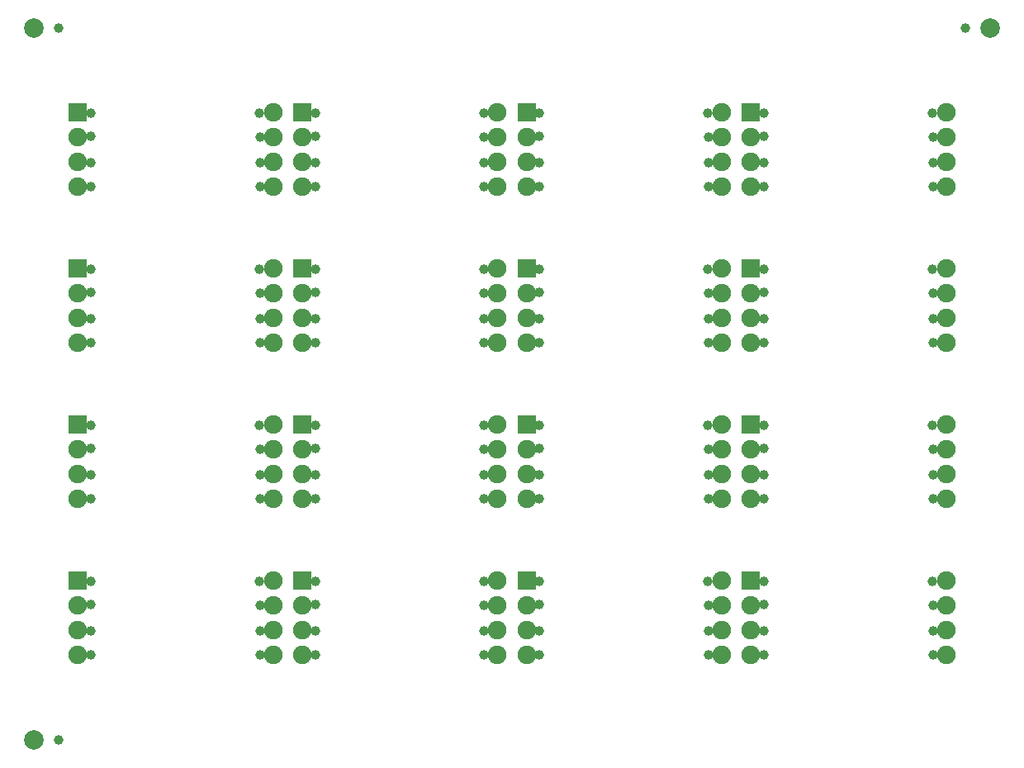
<source format=gbs>
%TF.GenerationSoftware,KiCad,Pcbnew,8.0.9-8.0.9-0~ubuntu24.04.1*%
%TF.CreationDate,2025-07-21T09:14:07-04:00*%
%TF.ProjectId,panel,70616e65-6c2e-46b6-9963-61645f706362,0.1.X*%
%TF.SameCoordinates,Original*%
%TF.FileFunction,Soldermask,Bot*%
%TF.FilePolarity,Negative*%
%FSLAX46Y46*%
G04 Gerber Fmt 4.6, Leading zero omitted, Abs format (unit mm)*
G04 Created by KiCad (PCBNEW 8.0.9-8.0.9-0~ubuntu24.04.1) date 2025-07-21 09:14:07*
%MOMM*%
%LPD*%
G01*
G04 APERTURE LIST*
%ADD10R,1.900000X1.900000*%
%ADD11C,1.900000*%
%ADD12C,2.000000*%
%ADD13C,1.000000*%
G04 APERTURE END LIST*
D10*
%TO.C,J1*%
X7000000Y-27190000D03*
D11*
X7000000Y-29730000D03*
X7000000Y-32270000D03*
X7000000Y-34810000D03*
X27000000Y-34810000D03*
X27000000Y-32270000D03*
X27000000Y-29730000D03*
X27000000Y-27190000D03*
%TD*%
D12*
%TO.C,KiKit_TO_2*%
X100500000Y-2500000D03*
%TD*%
D10*
%TO.C,J1*%
X76000000Y-27190000D03*
D11*
X76000000Y-29730000D03*
X76000000Y-32270000D03*
X76000000Y-34810000D03*
X96000000Y-34810000D03*
X96000000Y-32270000D03*
X96000000Y-29730000D03*
X96000000Y-27190000D03*
%TD*%
D10*
%TO.C,J1*%
X7000000Y-11190000D03*
D11*
X7000000Y-13730000D03*
X7000000Y-16270000D03*
X7000000Y-18810000D03*
X27000000Y-18810000D03*
X27000000Y-16270000D03*
X27000000Y-13730000D03*
X27000000Y-11190000D03*
%TD*%
D10*
%TO.C,J1*%
X53000000Y-11190000D03*
D11*
X53000000Y-13730000D03*
X53000000Y-16270000D03*
X53000000Y-18810000D03*
X73000000Y-18810000D03*
X73000000Y-16270000D03*
X73000000Y-13730000D03*
X73000000Y-11190000D03*
%TD*%
D10*
%TO.C,J1*%
X7000000Y-43190000D03*
D11*
X7000000Y-45730000D03*
X7000000Y-48270000D03*
X7000000Y-50810000D03*
X27000000Y-50810000D03*
X27000000Y-48270000D03*
X27000000Y-45730000D03*
X27000000Y-43190000D03*
%TD*%
D10*
%TO.C,J1*%
X30000000Y-11190000D03*
D11*
X30000000Y-13730000D03*
X30000000Y-16270000D03*
X30000000Y-18810000D03*
X50000000Y-18810000D03*
X50000000Y-16270000D03*
X50000000Y-13730000D03*
X50000000Y-11190000D03*
%TD*%
D10*
%TO.C,J1*%
X53000000Y-27190000D03*
D11*
X53000000Y-29730000D03*
X53000000Y-32270000D03*
X53000000Y-34810000D03*
X73000000Y-34810000D03*
X73000000Y-32270000D03*
X73000000Y-29730000D03*
X73000000Y-27190000D03*
%TD*%
D10*
%TO.C,J1*%
X7000000Y-59190000D03*
D11*
X7000000Y-61730000D03*
X7000000Y-64270000D03*
X7000000Y-66810000D03*
X27000000Y-66810000D03*
X27000000Y-64270000D03*
X27000000Y-61730000D03*
X27000000Y-59190000D03*
%TD*%
D10*
%TO.C,J1*%
X30000000Y-43190000D03*
D11*
X30000000Y-45730000D03*
X30000000Y-48270000D03*
X30000000Y-50810000D03*
X50000000Y-50810000D03*
X50000000Y-48270000D03*
X50000000Y-45730000D03*
X50000000Y-43190000D03*
%TD*%
D12*
%TO.C,KiKit_TO_3*%
X2500000Y-75500000D03*
%TD*%
%TO.C,KiKit_TO_1*%
X2500000Y-2500000D03*
%TD*%
D10*
%TO.C,J1*%
X53000000Y-59190000D03*
D11*
X53000000Y-61730000D03*
X53000000Y-64270000D03*
X53000000Y-66810000D03*
X73000000Y-66810000D03*
X73000000Y-64270000D03*
X73000000Y-61730000D03*
X73000000Y-59190000D03*
%TD*%
D10*
%TO.C,J1*%
X30000000Y-27190000D03*
D11*
X30000000Y-29730000D03*
X30000000Y-32270000D03*
X30000000Y-34810000D03*
X50000000Y-34810000D03*
X50000000Y-32270000D03*
X50000000Y-29730000D03*
X50000000Y-27190000D03*
%TD*%
D10*
%TO.C,J1*%
X76000000Y-11190000D03*
D11*
X76000000Y-13730000D03*
X76000000Y-16270000D03*
X76000000Y-18810000D03*
X96000000Y-18810000D03*
X96000000Y-16270000D03*
X96000000Y-13730000D03*
X96000000Y-11190000D03*
%TD*%
D10*
%TO.C,J1*%
X30000000Y-59190000D03*
D11*
X30000000Y-61730000D03*
X30000000Y-64270000D03*
X30000000Y-66810000D03*
X50000000Y-66810000D03*
X50000000Y-64270000D03*
X50000000Y-61730000D03*
X50000000Y-59190000D03*
%TD*%
D10*
%TO.C,J1*%
X76000000Y-59190000D03*
D11*
X76000000Y-61730000D03*
X76000000Y-64270000D03*
X76000000Y-66810000D03*
X96000000Y-66810000D03*
X96000000Y-64270000D03*
X96000000Y-61730000D03*
X96000000Y-59190000D03*
%TD*%
D10*
%TO.C,J1*%
X53000000Y-43190000D03*
D11*
X53000000Y-45730000D03*
X53000000Y-48270000D03*
X53000000Y-50810000D03*
X73000000Y-50810000D03*
X73000000Y-48270000D03*
X73000000Y-45730000D03*
X73000000Y-43190000D03*
%TD*%
D10*
%TO.C,J1*%
X76000000Y-43190000D03*
D11*
X76000000Y-45730000D03*
X76000000Y-48270000D03*
X76000000Y-50810000D03*
X96000000Y-50810000D03*
X96000000Y-48270000D03*
X96000000Y-45730000D03*
X96000000Y-43190000D03*
%TD*%
D13*
%TO.C,TP5*%
X31300000Y-64300000D03*
%TD*%
%TO.C,TP3*%
X48650000Y-32350000D03*
%TD*%
%TO.C,TP7*%
X31300000Y-29600000D03*
%TD*%
%TO.C,TP8*%
X8300000Y-50800000D03*
%TD*%
%TO.C,TP5*%
X54300000Y-32300000D03*
%TD*%
%TO.C,TP4*%
X8300000Y-43200000D03*
%TD*%
%TO.C,TP7*%
X54300000Y-13600000D03*
%TD*%
%TO.C,TP1*%
X71650000Y-61700000D03*
%TD*%
%TO.C,TP8*%
X8300000Y-34800000D03*
%TD*%
%TO.C,TP1*%
X71650000Y-29700000D03*
%TD*%
%TO.C,TP7*%
X31300000Y-61600000D03*
%TD*%
%TO.C,TP3*%
X71650000Y-16350000D03*
%TD*%
%TO.C,TP1*%
X25650000Y-29700000D03*
%TD*%
%TO.C,TP2*%
X94650000Y-34800000D03*
%TD*%
%TO.C,TP4*%
X31300000Y-59200000D03*
%TD*%
%TO.C,TP7*%
X8300000Y-13600000D03*
%TD*%
%TO.C,TP4*%
X31300000Y-43200000D03*
%TD*%
%TO.C,TP8*%
X31300000Y-50800000D03*
%TD*%
%TO.C,TP7*%
X77300000Y-29600000D03*
%TD*%
%TO.C,TP6*%
X48600000Y-27200000D03*
%TD*%
%TO.C,TP1*%
X71650000Y-45700000D03*
%TD*%
%TO.C,TP4*%
X8300000Y-11200000D03*
%TD*%
%TO.C,TP5*%
X31300000Y-16300000D03*
%TD*%
%TO.C,TP1*%
X94650000Y-45700000D03*
%TD*%
%TO.C,TP3*%
X71650000Y-32350000D03*
%TD*%
%TO.C,TP4*%
X31300000Y-27200000D03*
%TD*%
%TO.C,TP4*%
X54300000Y-59200000D03*
%TD*%
%TO.C,TP2*%
X48650000Y-66800000D03*
%TD*%
%TO.C,TP4*%
X8300000Y-59200000D03*
%TD*%
%TO.C,KiKit_FID_B_2*%
X98000000Y-2500000D03*
%TD*%
%TO.C,TP6*%
X94600000Y-27200000D03*
%TD*%
%TO.C,TP6*%
X48600000Y-11200000D03*
%TD*%
%TO.C,TP3*%
X25650000Y-32350000D03*
%TD*%
%TO.C,TP8*%
X31300000Y-34800000D03*
%TD*%
%TO.C,TP3*%
X71650000Y-48350000D03*
%TD*%
%TO.C,TP8*%
X77300000Y-34800000D03*
%TD*%
%TO.C,TP3*%
X25650000Y-48350000D03*
%TD*%
%TO.C,TP5*%
X77300000Y-32300000D03*
%TD*%
%TO.C,TP5*%
X54300000Y-48300000D03*
%TD*%
%TO.C,TP8*%
X54300000Y-66800000D03*
%TD*%
%TO.C,TP3*%
X94650000Y-32350000D03*
%TD*%
%TO.C,TP5*%
X8300000Y-32300000D03*
%TD*%
%TO.C,TP4*%
X77300000Y-59200000D03*
%TD*%
%TO.C,TP2*%
X25650000Y-66800000D03*
%TD*%
%TO.C,TP6*%
X71600000Y-11200000D03*
%TD*%
%TO.C,TP3*%
X48650000Y-16350000D03*
%TD*%
%TO.C,TP5*%
X8300000Y-48300000D03*
%TD*%
%TO.C,TP3*%
X25650000Y-64350000D03*
%TD*%
%TO.C,TP2*%
X48650000Y-18800000D03*
%TD*%
%TO.C,TP4*%
X54300000Y-43200000D03*
%TD*%
%TO.C,TP1*%
X94650000Y-29700000D03*
%TD*%
%TO.C,TP3*%
X48650000Y-64350000D03*
%TD*%
%TO.C,TP5*%
X31300000Y-48300000D03*
%TD*%
%TO.C,TP8*%
X77300000Y-66800000D03*
%TD*%
%TO.C,TP8*%
X31300000Y-18800000D03*
%TD*%
%TO.C,TP7*%
X54300000Y-29600000D03*
%TD*%
%TO.C,TP1*%
X25650000Y-61700000D03*
%TD*%
%TO.C,TP2*%
X71650000Y-50800000D03*
%TD*%
%TO.C,TP7*%
X77300000Y-13600000D03*
%TD*%
%TO.C,TP5*%
X54300000Y-64300000D03*
%TD*%
%TO.C,TP1*%
X25650000Y-13700000D03*
%TD*%
%TO.C,TP5*%
X77300000Y-16300000D03*
%TD*%
%TO.C,TP4*%
X77300000Y-27200000D03*
%TD*%
%TO.C,TP3*%
X25650000Y-16350000D03*
%TD*%
%TO.C,TP2*%
X25650000Y-18800000D03*
%TD*%
%TO.C,TP3*%
X94650000Y-16350000D03*
%TD*%
%TO.C,TP5*%
X31300000Y-32300000D03*
%TD*%
%TO.C,TP5*%
X8300000Y-64300000D03*
%TD*%
%TO.C,TP1*%
X71650000Y-13700000D03*
%TD*%
%TO.C,TP7*%
X31300000Y-13600000D03*
%TD*%
%TO.C,TP6*%
X71600000Y-59200000D03*
%TD*%
%TO.C,TP7*%
X77300000Y-61600000D03*
%TD*%
%TO.C,TP3*%
X94650000Y-64350000D03*
%TD*%
%TO.C,TP3*%
X71650000Y-64350000D03*
%TD*%
%TO.C,TP1*%
X48650000Y-13700000D03*
%TD*%
%TO.C,TP6*%
X25600000Y-11200000D03*
%TD*%
%TO.C,TP6*%
X25600000Y-27200000D03*
%TD*%
%TO.C,TP7*%
X77300000Y-45600000D03*
%TD*%
%TO.C,TP8*%
X8300000Y-18800000D03*
%TD*%
%TO.C,TP2*%
X94650000Y-18800000D03*
%TD*%
%TO.C,TP1*%
X48650000Y-45700000D03*
%TD*%
%TO.C,TP1*%
X25650000Y-45700000D03*
%TD*%
%TO.C,TP4*%
X77300000Y-11200000D03*
%TD*%
%TO.C,KiKit_FID_B_1*%
X5000000Y-2500000D03*
%TD*%
%TO.C,TP2*%
X94650000Y-50800000D03*
%TD*%
%TO.C,TP1*%
X94650000Y-13700000D03*
%TD*%
%TO.C,TP5*%
X54300000Y-16300000D03*
%TD*%
%TO.C,TP6*%
X94600000Y-59200000D03*
%TD*%
%TO.C,TP8*%
X54300000Y-18800000D03*
%TD*%
%TO.C,TP2*%
X94650000Y-66800000D03*
%TD*%
%TO.C,TP2*%
X48650000Y-50800000D03*
%TD*%
%TO.C,TP6*%
X94600000Y-11200000D03*
%TD*%
%TO.C,TP8*%
X31300000Y-66800000D03*
%TD*%
%TO.C,TP6*%
X25600000Y-43200000D03*
%TD*%
%TO.C,KiKit_FID_B_3*%
X5000000Y-75500000D03*
%TD*%
%TO.C,TP7*%
X8300000Y-29600000D03*
%TD*%
%TO.C,TP6*%
X48600000Y-43200000D03*
%TD*%
%TO.C,TP7*%
X8300000Y-45600000D03*
%TD*%
%TO.C,TP4*%
X77300000Y-43200000D03*
%TD*%
%TO.C,TP5*%
X8300000Y-16300000D03*
%TD*%
%TO.C,TP7*%
X54300000Y-61600000D03*
%TD*%
%TO.C,TP6*%
X25600000Y-59200000D03*
%TD*%
%TO.C,TP2*%
X48650000Y-34800000D03*
%TD*%
%TO.C,TP1*%
X48650000Y-61700000D03*
%TD*%
%TO.C,TP8*%
X77300000Y-50800000D03*
%TD*%
%TO.C,TP3*%
X48650000Y-48350000D03*
%TD*%
%TO.C,TP3*%
X94650000Y-48350000D03*
%TD*%
%TO.C,TP7*%
X31300000Y-45600000D03*
%TD*%
%TO.C,TP6*%
X48600000Y-59200000D03*
%TD*%
%TO.C,TP2*%
X71650000Y-34800000D03*
%TD*%
%TO.C,TP4*%
X31300000Y-11200000D03*
%TD*%
%TO.C,TP4*%
X8300000Y-27200000D03*
%TD*%
%TO.C,TP8*%
X77300000Y-18800000D03*
%TD*%
%TO.C,TP8*%
X8300000Y-66800000D03*
%TD*%
%TO.C,TP7*%
X54300000Y-45600000D03*
%TD*%
%TO.C,TP8*%
X54300000Y-50800000D03*
%TD*%
%TO.C,TP8*%
X54300000Y-34800000D03*
%TD*%
%TO.C,TP2*%
X25650000Y-50800000D03*
%TD*%
%TO.C,TP2*%
X71650000Y-66800000D03*
%TD*%
%TO.C,TP2*%
X71650000Y-18800000D03*
%TD*%
%TO.C,TP1*%
X94650000Y-61700000D03*
%TD*%
%TO.C,TP5*%
X77300000Y-64300000D03*
%TD*%
%TO.C,TP6*%
X94600000Y-43200000D03*
%TD*%
%TO.C,TP4*%
X54300000Y-11200000D03*
%TD*%
%TO.C,TP2*%
X25650000Y-34800000D03*
%TD*%
%TO.C,TP6*%
X71600000Y-27200000D03*
%TD*%
%TO.C,TP1*%
X48650000Y-29700000D03*
%TD*%
%TO.C,TP7*%
X8300000Y-61600000D03*
%TD*%
%TO.C,TP4*%
X54300000Y-27200000D03*
%TD*%
%TO.C,TP5*%
X77300000Y-48300000D03*
%TD*%
%TO.C,TP6*%
X71600000Y-43200000D03*
%TD*%
M02*

</source>
